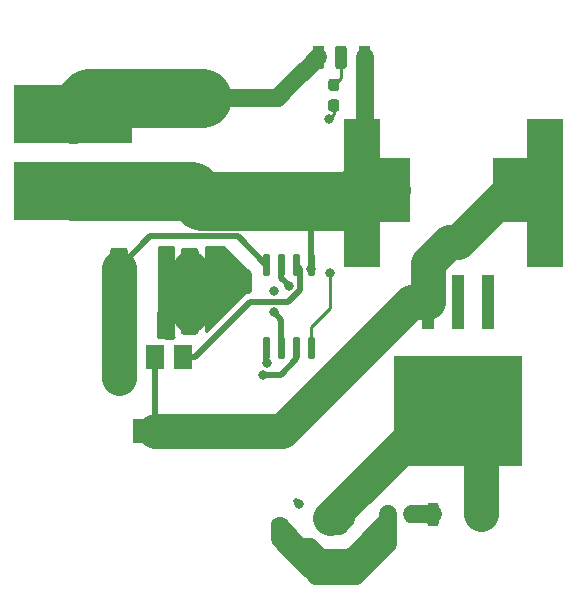
<source format=gbr>
%TF.GenerationSoftware,KiCad,Pcbnew,(5.1.6-0-10_14)*%
%TF.CreationDate,2021-01-01T01:37:36+01:00*%
%TF.ProjectId,driver,64726976-6572-42e6-9b69-6361645f7063,rev?*%
%TF.SameCoordinates,Original*%
%TF.FileFunction,Copper,L1,Top*%
%TF.FilePolarity,Positive*%
%FSLAX46Y46*%
G04 Gerber Fmt 4.6, Leading zero omitted, Abs format (unit mm)*
G04 Created by KiCad (PCBNEW (5.1.6-0-10_14)) date 2021-01-01 01:37:36*
%MOMM*%
%LPD*%
G01*
G04 APERTURE LIST*
%TA.AperFunction,ComponentPad*%
%ADD10C,1.600000*%
%TD*%
%TA.AperFunction,SMDPad,CuDef*%
%ADD11R,1.100000X4.600000*%
%TD*%
%TA.AperFunction,SMDPad,CuDef*%
%ADD12R,10.800000X9.400000*%
%TD*%
%TA.AperFunction,SMDPad,CuDef*%
%ADD13R,10.000000X5.000000*%
%TD*%
%TA.AperFunction,SMDPad,CuDef*%
%ADD14R,3.150000X12.500000*%
%TD*%
%TA.AperFunction,SMDPad,CuDef*%
%ADD15R,2.900000X5.400000*%
%TD*%
%TA.AperFunction,SMDPad,CuDef*%
%ADD16R,3.800000X2.000000*%
%TD*%
%TA.AperFunction,SMDPad,CuDef*%
%ADD17R,1.500000X2.000000*%
%TD*%
%TA.AperFunction,ViaPad*%
%ADD18C,0.800000*%
%TD*%
%TA.AperFunction,Conductor*%
%ADD19C,5.000000*%
%TD*%
%TA.AperFunction,Conductor*%
%ADD20C,0.500000*%
%TD*%
%TA.AperFunction,Conductor*%
%ADD21C,1.500000*%
%TD*%
%TA.AperFunction,Conductor*%
%ADD22C,3.000000*%
%TD*%
%TA.AperFunction,Conductor*%
%ADD23C,0.250000*%
%TD*%
%TA.AperFunction,Conductor*%
%ADD24C,0.254000*%
%TD*%
G04 APERTURE END LIST*
D10*
%TO.P,C3,1*%
%TO.N,LED+*%
X54100000Y-69800000D03*
%TO.P,C3,2*%
%TO.N,GND*%
X49100000Y-69800000D03*
%TD*%
%TO.P,C4,1*%
%TO.N,VIN*%
%TA.AperFunction,SMDPad,CuDef*%
G36*
G01*
X43300000Y-44600000D02*
X41700000Y-44600000D01*
G75*
G02*
X41450000Y-44350000I0J250000D01*
G01*
X41450000Y-40250000D01*
G75*
G02*
X41700000Y-40000000I250000J0D01*
G01*
X43300000Y-40000000D01*
G75*
G02*
X43550000Y-40250000I0J-250000D01*
G01*
X43550000Y-44350000D01*
G75*
G02*
X43300000Y-44600000I-250000J0D01*
G01*
G37*
%TD.AperFunction*%
%TO.P,C4,2*%
%TO.N,GND*%
%TA.AperFunction,SMDPad,CuDef*%
G36*
G01*
X43300000Y-35800000D02*
X41700000Y-35800000D01*
G75*
G02*
X41450000Y-35550000I0J250000D01*
G01*
X41450000Y-31450000D01*
G75*
G02*
X41700000Y-31200000I250000J0D01*
G01*
X43300000Y-31200000D01*
G75*
G02*
X43550000Y-31450000I0J-250000D01*
G01*
X43550000Y-35550000D01*
G75*
G02*
X43300000Y-35800000I-250000J0D01*
G01*
G37*
%TD.AperFunction*%
%TD*%
D11*
%TO.P,D1,1*%
%TO.N,N/C*%
X66740000Y-50850000D03*
%TO.P,D1,2*%
X64200000Y-50850000D03*
%TO.P,D1,3*%
%TO.N,Net-(D1-Pad3)*%
X61660000Y-50850000D03*
D12*
%TO.P,D1,4*%
%TO.N,LED+*%
X64200000Y-60000000D03*
%TD*%
D13*
%TO.P,GND1,1*%
%TO.N,GND*%
X31600000Y-34900000D03*
%TD*%
%TO.P,GND2,1*%
%TO.N,GND*%
%TA.AperFunction,SMDPad,CuDef*%
G36*
G01*
X51900000Y-30850000D02*
X51900000Y-29350000D01*
G75*
G02*
X52150000Y-29100000I250000J0D01*
G01*
X52650000Y-29100000D01*
G75*
G02*
X52900000Y-29350000I0J-250000D01*
G01*
X52900000Y-30850000D01*
G75*
G02*
X52650000Y-31100000I-250000J0D01*
G01*
X52150000Y-31100000D01*
G75*
G02*
X51900000Y-30850000I0J250000D01*
G01*
G37*
%TD.AperFunction*%
%TD*%
%TO.P,JLED+1,1*%
%TO.N,LED+*%
%TA.AperFunction,SMDPad,CuDef*%
G36*
G01*
X65700000Y-69550000D02*
X65700000Y-68050000D01*
G75*
G02*
X65950000Y-67800000I250000J0D01*
G01*
X66450000Y-67800000D01*
G75*
G02*
X66700000Y-68050000I0J-250000D01*
G01*
X66700000Y-69550000D01*
G75*
G02*
X66450000Y-69800000I-250000J0D01*
G01*
X65950000Y-69800000D01*
G75*
G02*
X65700000Y-69550000I0J250000D01*
G01*
G37*
%TD.AperFunction*%
%TD*%
%TO.P,JLED-1,1*%
%TO.N,LED-*%
%TA.AperFunction,SMDPad,CuDef*%
G36*
G01*
X61600000Y-69550000D02*
X61600000Y-68050000D01*
G75*
G02*
X61850000Y-67800000I250000J0D01*
G01*
X62350000Y-67800000D01*
G75*
G02*
X62600000Y-68050000I0J-250000D01*
G01*
X62600000Y-69550000D01*
G75*
G02*
X62350000Y-69800000I-250000J0D01*
G01*
X61850000Y-69800000D01*
G75*
G02*
X61600000Y-69550000I0J250000D01*
G01*
G37*
%TD.AperFunction*%
%TD*%
D14*
%TO.P,L1,1*%
%TO.N,VIN*%
X56075000Y-41550000D03*
%TO.P,L1,2*%
%TO.N,Net-(D1-Pad3)*%
X71575000Y-41550000D03*
%TD*%
D15*
%TO.P,L2,1*%
%TO.N,VIN*%
X58750000Y-41300000D03*
%TO.P,L2,2*%
%TO.N,Net-(D1-Pad3)*%
X68650000Y-41300000D03*
%TD*%
%TO.P,PWMin1,1*%
%TO.N,PWM*%
%TA.AperFunction,SMDPad,CuDef*%
G36*
G01*
X53800000Y-30850000D02*
X53800000Y-29350000D01*
G75*
G02*
X54050000Y-29100000I250000J0D01*
G01*
X54550000Y-29100000D01*
G75*
G02*
X54800000Y-29350000I0J-250000D01*
G01*
X54800000Y-30850000D01*
G75*
G02*
X54550000Y-31100000I-250000J0D01*
G01*
X54050000Y-31100000D01*
G75*
G02*
X53800000Y-30850000I0J250000D01*
G01*
G37*
%TD.AperFunction*%
%TD*%
D16*
%TO.P,Q1,2*%
%TO.N,Net-(D1-Pad3)*%
X38600000Y-61750000D03*
D17*
X38600000Y-55450000D03*
%TO.P,Q1,3*%
%TO.N,Net-(Q1-Pad3)*%
X36300000Y-55450000D03*
%TO.P,Q1,1*%
%TO.N,Net-(Q1-Pad1)*%
X40900000Y-55450000D03*
%TD*%
%TO.P,Rfb1,1*%
%TO.N,LED-*%
%TA.AperFunction,SMDPad,CuDef*%
G36*
G01*
X60925000Y-68349999D02*
X60925000Y-69250001D01*
G75*
G02*
X60675001Y-69500000I-249999J0D01*
G01*
X60024999Y-69500000D01*
G75*
G02*
X59775000Y-69250001I0J249999D01*
G01*
X59775000Y-68349999D01*
G75*
G02*
X60024999Y-68100000I249999J0D01*
G01*
X60675001Y-68100000D01*
G75*
G02*
X60925000Y-68349999I0J-249999D01*
G01*
G37*
%TD.AperFunction*%
%TO.P,Rfb1,2*%
%TO.N,GND*%
%TA.AperFunction,SMDPad,CuDef*%
G36*
G01*
X58875000Y-68349999D02*
X58875000Y-69250001D01*
G75*
G02*
X58625001Y-69500000I-249999J0D01*
G01*
X57974999Y-69500000D01*
G75*
G02*
X57725000Y-69250001I0J249999D01*
G01*
X57725000Y-68349999D01*
G75*
G02*
X57974999Y-68100000I249999J0D01*
G01*
X58625001Y-68100000D01*
G75*
G02*
X58875000Y-68349999I0J-249999D01*
G01*
G37*
%TD.AperFunction*%
%TD*%
%TO.P,Rocp1,1*%
%TO.N,Net-(Q1-Pad3)*%
%TA.AperFunction,SMDPad,CuDef*%
G36*
G01*
X34762500Y-53325001D02*
X34762500Y-50474999D01*
G75*
G02*
X35012499Y-50225000I249999J0D01*
G01*
X36037501Y-50225000D01*
G75*
G02*
X36287500Y-50474999I0J-249999D01*
G01*
X36287500Y-53325001D01*
G75*
G02*
X36037501Y-53575000I-249999J0D01*
G01*
X35012499Y-53575000D01*
G75*
G02*
X34762500Y-53325001I0J249999D01*
G01*
G37*
%TD.AperFunction*%
%TO.P,Rocp1,2*%
%TO.N,GND*%
%TA.AperFunction,SMDPad,CuDef*%
G36*
G01*
X40737500Y-53325001D02*
X40737500Y-50474999D01*
G75*
G02*
X40987499Y-50225000I249999J0D01*
G01*
X42012501Y-50225000D01*
G75*
G02*
X42262500Y-50474999I0J-249999D01*
G01*
X42262500Y-53325001D01*
G75*
G02*
X42012501Y-53575000I-249999J0D01*
G01*
X40987499Y-53575000D01*
G75*
G02*
X40737500Y-53325001I0J249999D01*
G01*
G37*
%TD.AperFunction*%
%TD*%
%TO.P,Rocp2,2*%
%TO.N,GND*%
%TA.AperFunction,SMDPad,CuDef*%
G36*
G01*
X40725000Y-49325001D02*
X40725000Y-46474999D01*
G75*
G02*
X40974999Y-46225000I249999J0D01*
G01*
X42000001Y-46225000D01*
G75*
G02*
X42250000Y-46474999I0J-249999D01*
G01*
X42250000Y-49325001D01*
G75*
G02*
X42000001Y-49575000I-249999J0D01*
G01*
X40974999Y-49575000D01*
G75*
G02*
X40725000Y-49325001I0J249999D01*
G01*
G37*
%TD.AperFunction*%
%TO.P,Rocp2,1*%
%TO.N,Net-(Q1-Pad3)*%
%TA.AperFunction,SMDPad,CuDef*%
G36*
G01*
X34750000Y-49325001D02*
X34750000Y-46474999D01*
G75*
G02*
X34999999Y-46225000I249999J0D01*
G01*
X36025001Y-46225000D01*
G75*
G02*
X36275000Y-46474999I0J-249999D01*
G01*
X36275000Y-49325001D01*
G75*
G02*
X36025001Y-49575000I-249999J0D01*
G01*
X34999999Y-49575000D01*
G75*
G02*
X34750000Y-49325001I0J249999D01*
G01*
G37*
%TD.AperFunction*%
%TD*%
%TO.P,RPWM1,1*%
%TO.N,PWM*%
%TA.AperFunction,SMDPad,CuDef*%
G36*
G01*
X53462500Y-31900000D02*
X53937500Y-31900000D01*
G75*
G02*
X54175000Y-32137500I0J-237500D01*
G01*
X54175000Y-32712500D01*
G75*
G02*
X53937500Y-32950000I-237500J0D01*
G01*
X53462500Y-32950000D01*
G75*
G02*
X53225000Y-32712500I0J237500D01*
G01*
X53225000Y-32137500D01*
G75*
G02*
X53462500Y-31900000I237500J0D01*
G01*
G37*
%TD.AperFunction*%
%TO.P,RPWM1,2*%
%TO.N,Net-(RPWM1-Pad2)*%
%TA.AperFunction,SMDPad,CuDef*%
G36*
G01*
X53462500Y-33650000D02*
X53937500Y-33650000D01*
G75*
G02*
X54175000Y-33887500I0J-237500D01*
G01*
X54175000Y-34462500D01*
G75*
G02*
X53937500Y-34700000I-237500J0D01*
G01*
X53462500Y-34700000D01*
G75*
G02*
X53225000Y-34462500I0J237500D01*
G01*
X53225000Y-33887500D01*
G75*
G02*
X53462500Y-33650000I237500J0D01*
G01*
G37*
%TD.AperFunction*%
%TD*%
%TO.P,U1,1*%
%TO.N,VIN*%
%TA.AperFunction,SMDPad,CuDef*%
G36*
G01*
X51655000Y-46750000D02*
X51955000Y-46750000D01*
G75*
G02*
X52105000Y-46900000I0J-150000D01*
G01*
X52105000Y-48500000D01*
G75*
G02*
X51955000Y-48650000I-150000J0D01*
G01*
X51655000Y-48650000D01*
G75*
G02*
X51505000Y-48500000I0J150000D01*
G01*
X51505000Y-46900000D01*
G75*
G02*
X51655000Y-46750000I150000J0D01*
G01*
G37*
%TD.AperFunction*%
%TO.P,U1,2*%
%TO.N,Net-(Q1-Pad1)*%
%TA.AperFunction,SMDPad,CuDef*%
G36*
G01*
X50385000Y-46750000D02*
X50685000Y-46750000D01*
G75*
G02*
X50835000Y-46900000I0J-150000D01*
G01*
X50835000Y-48500000D01*
G75*
G02*
X50685000Y-48650000I-150000J0D01*
G01*
X50385000Y-48650000D01*
G75*
G02*
X50235000Y-48500000I0J150000D01*
G01*
X50235000Y-46900000D01*
G75*
G02*
X50385000Y-46750000I150000J0D01*
G01*
G37*
%TD.AperFunction*%
%TO.P,U1,3*%
%TO.N,GND*%
%TA.AperFunction,SMDPad,CuDef*%
G36*
G01*
X49115000Y-46750000D02*
X49415000Y-46750000D01*
G75*
G02*
X49565000Y-46900000I0J-150000D01*
G01*
X49565000Y-48500000D01*
G75*
G02*
X49415000Y-48650000I-150000J0D01*
G01*
X49115000Y-48650000D01*
G75*
G02*
X48965000Y-48500000I0J150000D01*
G01*
X48965000Y-46900000D01*
G75*
G02*
X49115000Y-46750000I150000J0D01*
G01*
G37*
%TD.AperFunction*%
%TO.P,U1,4*%
%TO.N,Net-(Q1-Pad3)*%
%TA.AperFunction,SMDPad,CuDef*%
G36*
G01*
X47845000Y-46750000D02*
X48145000Y-46750000D01*
G75*
G02*
X48295000Y-46900000I0J-150000D01*
G01*
X48295000Y-48500000D01*
G75*
G02*
X48145000Y-48650000I-150000J0D01*
G01*
X47845000Y-48650000D01*
G75*
G02*
X47695000Y-48500000I0J150000D01*
G01*
X47695000Y-46900000D01*
G75*
G02*
X47845000Y-46750000I150000J0D01*
G01*
G37*
%TD.AperFunction*%
%TO.P,U1,5*%
%TO.N,LED-*%
%TA.AperFunction,SMDPad,CuDef*%
G36*
G01*
X47845000Y-53750000D02*
X48145000Y-53750000D01*
G75*
G02*
X48295000Y-53900000I0J-150000D01*
G01*
X48295000Y-55500000D01*
G75*
G02*
X48145000Y-55650000I-150000J0D01*
G01*
X47845000Y-55650000D01*
G75*
G02*
X47695000Y-55500000I0J150000D01*
G01*
X47695000Y-53900000D01*
G75*
G02*
X47845000Y-53750000I150000J0D01*
G01*
G37*
%TD.AperFunction*%
%TO.P,U1,6*%
%TO.N,Net-(C2-Pad1)*%
%TA.AperFunction,SMDPad,CuDef*%
G36*
G01*
X49115000Y-53750000D02*
X49415000Y-53750000D01*
G75*
G02*
X49565000Y-53900000I0J-150000D01*
G01*
X49565000Y-55500000D01*
G75*
G02*
X49415000Y-55650000I-150000J0D01*
G01*
X49115000Y-55650000D01*
G75*
G02*
X48965000Y-55500000I0J150000D01*
G01*
X48965000Y-53900000D01*
G75*
G02*
X49115000Y-53750000I150000J0D01*
G01*
G37*
%TD.AperFunction*%
%TO.P,U1,7*%
%TO.N,Net-(R4-Pad2)*%
%TA.AperFunction,SMDPad,CuDef*%
G36*
G01*
X50385000Y-53750000D02*
X50685000Y-53750000D01*
G75*
G02*
X50835000Y-53900000I0J-150000D01*
G01*
X50835000Y-55500000D01*
G75*
G02*
X50685000Y-55650000I-150000J0D01*
G01*
X50385000Y-55650000D01*
G75*
G02*
X50235000Y-55500000I0J150000D01*
G01*
X50235000Y-53900000D01*
G75*
G02*
X50385000Y-53750000I150000J0D01*
G01*
G37*
%TD.AperFunction*%
%TO.P,U1,8*%
%TO.N,Net-(RPWM1-Pad2)*%
%TA.AperFunction,SMDPad,CuDef*%
G36*
G01*
X51655000Y-53750000D02*
X51955000Y-53750000D01*
G75*
G02*
X52105000Y-53900000I0J-150000D01*
G01*
X52105000Y-55500000D01*
G75*
G02*
X51955000Y-55650000I-150000J0D01*
G01*
X51655000Y-55650000D01*
G75*
G02*
X51505000Y-55500000I0J150000D01*
G01*
X51505000Y-53900000D01*
G75*
G02*
X51655000Y-53750000I150000J0D01*
G01*
G37*
%TD.AperFunction*%
%TD*%
D13*
%TO.P,Vin1,1*%
%TO.N,VIN*%
X31600000Y-41400000D03*
%TD*%
%TO.P,Vin2,1*%
%TO.N,VIN*%
%TA.AperFunction,SMDPad,CuDef*%
G36*
G01*
X55800000Y-30850000D02*
X55800000Y-29350000D01*
G75*
G02*
X56050000Y-29100000I250000J0D01*
G01*
X56550000Y-29100000D01*
G75*
G02*
X56800000Y-29350000I0J-250000D01*
G01*
X56800000Y-30850000D01*
G75*
G02*
X56550000Y-31100000I-250000J0D01*
G01*
X56050000Y-31100000D01*
G75*
G02*
X55800000Y-30850000I0J250000D01*
G01*
G37*
%TD.AperFunction*%
%TD*%
D18*
%TO.N,GND*%
X49900000Y-49500000D03*
X41487500Y-47900000D03*
X41487500Y-49012500D03*
X41487500Y-50212500D03*
X41487500Y-51412500D03*
X48600000Y-49900000D03*
X51650000Y-30850000D03*
X50700000Y-31800000D03*
X49600000Y-32900000D03*
X48300000Y-33500000D03*
X46800000Y-33500000D03*
X45400000Y-33500000D03*
X43700000Y-33500000D03*
X42500000Y-33500000D03*
X41100000Y-33500000D03*
X39300000Y-33500000D03*
X38000000Y-33500000D03*
X36600000Y-33500000D03*
X50400000Y-71100000D03*
X51649999Y-71550001D03*
X56300000Y-71300000D03*
X57300000Y-70300000D03*
X43600000Y-47500000D03*
X43700000Y-48800000D03*
X43700000Y-49900000D03*
X43700000Y-50900000D03*
X43600000Y-52200000D03*
X44700000Y-51100000D03*
X45600000Y-50300000D03*
X46000000Y-49200000D03*
X45300000Y-48300000D03*
X44600000Y-47400000D03*
X44700000Y-49300000D03*
X39700000Y-46600000D03*
X39400000Y-47900000D03*
X39500000Y-49200000D03*
X39500000Y-50600000D03*
X39500000Y-52000000D03*
X39600000Y-53100000D03*
X58300000Y-70200000D03*
X58300000Y-71200000D03*
X57700000Y-71900000D03*
X56400000Y-73200000D03*
X55100000Y-74000000D03*
X53500000Y-74000000D03*
X52000000Y-73800000D03*
X51000000Y-72800000D03*
X50250000Y-72050000D03*
X52999998Y-72500002D03*
X54100002Y-72500002D03*
X55550000Y-72050000D03*
%TO.N,VIN*%
X51800000Y-48000000D03*
%TO.N,Net-(C2-Pad1)*%
X48600000Y-51650000D03*
%TO.N,LED-*%
X60350000Y-68800000D03*
X48000000Y-56000000D03*
%TO.N,Net-(R4-Pad2)*%
X50775000Y-67900000D03*
X47700000Y-57000000D03*
%TO.N,Net-(RPWM1-Pad2)*%
X53400000Y-48400000D03*
X53300000Y-35300000D03*
%TD*%
D19*
%TO.N,GND*%
X33000000Y-33500000D02*
X31600000Y-34900000D01*
X42500000Y-33500000D02*
X42500000Y-33500000D01*
D20*
X49265000Y-47700000D02*
X49265000Y-48765000D01*
X49900000Y-49400000D02*
X49900000Y-49500000D01*
X49265000Y-48765000D02*
X49900000Y-49400000D01*
D21*
X50850001Y-71550001D02*
X50400000Y-71100000D01*
X58300000Y-69300000D02*
X57300000Y-70300000D01*
D22*
X41487500Y-51887500D02*
X41500000Y-51900000D01*
X41487500Y-47900000D02*
X41487500Y-47900000D01*
D21*
X49000000Y-33500000D02*
X49600000Y-32900000D01*
X42500000Y-33500000D02*
X43700000Y-33500000D01*
D22*
X41487500Y-47900000D02*
X41487500Y-49012500D01*
X41487500Y-49012500D02*
X41487500Y-50212500D01*
X41487500Y-50212500D02*
X41487500Y-51412500D01*
X41487500Y-51412500D02*
X41487500Y-51887500D01*
D21*
X51650000Y-30850000D02*
X52400000Y-30100000D01*
X50700000Y-31800000D02*
X51650000Y-30850000D01*
X49600000Y-32900000D02*
X50700000Y-31800000D01*
X48300000Y-33500000D02*
X49000000Y-33500000D01*
X46800000Y-33500000D02*
X48300000Y-33500000D01*
X45400000Y-33500000D02*
X46800000Y-33500000D01*
X43700000Y-33500000D02*
X45400000Y-33500000D01*
D19*
X42500000Y-33500000D02*
X41100000Y-33500000D01*
X41100000Y-33500000D02*
X39300000Y-33500000D01*
X39300000Y-33500000D02*
X38000000Y-33500000D01*
X38000000Y-33500000D02*
X36600000Y-33500000D01*
X36600000Y-33500000D02*
X33000000Y-33500000D01*
D21*
X50400000Y-71100000D02*
X49100000Y-69800000D01*
X51649999Y-71550001D02*
X50850001Y-71550001D01*
X56300000Y-71300000D02*
X56049999Y-71550001D01*
X57300000Y-70300000D02*
X56300000Y-71300000D01*
X58300000Y-68800000D02*
X58300000Y-69300000D01*
X51649999Y-71550001D02*
X52600000Y-72500002D01*
X52600000Y-72500002D02*
X52999998Y-72500002D01*
X54100002Y-72500002D02*
X54100004Y-72500000D01*
X55100000Y-72500000D02*
X55550000Y-72050000D01*
X54100004Y-72500000D02*
X55100000Y-72500000D01*
X58300000Y-68800000D02*
X58300000Y-70200000D01*
X58300000Y-71300000D02*
X57700000Y-71900000D01*
X55600000Y-74000000D02*
X55100000Y-74000000D01*
X49100000Y-70900000D02*
X49100000Y-69800000D01*
X52200000Y-74000000D02*
X52000000Y-73800000D01*
X58300000Y-70200000D02*
X58300000Y-71200000D01*
X58300000Y-71200000D02*
X58300000Y-71300000D01*
X57700000Y-71900000D02*
X56400000Y-73200000D01*
X56400000Y-73200000D02*
X55600000Y-74000000D01*
X55100000Y-74000000D02*
X53500000Y-74000000D01*
X53500000Y-74000000D02*
X52200000Y-74000000D01*
X52000000Y-73800000D02*
X51000000Y-72800000D01*
X51000000Y-72800000D02*
X50250000Y-72050000D01*
X50250000Y-72050000D02*
X49100000Y-70900000D01*
X52999998Y-72500002D02*
X54100002Y-72500002D01*
X54100002Y-72500002D02*
X54100002Y-72500002D01*
X55550000Y-72050000D02*
X56300000Y-71300000D01*
D22*
%TO.N,VIN*%
X56325000Y-41300000D02*
X56075000Y-41550000D01*
X58750000Y-41300000D02*
X56325000Y-41300000D01*
D19*
X41600000Y-41400000D02*
X42500000Y-42300000D01*
X31600000Y-41400000D02*
X41600000Y-41400000D01*
X55325000Y-42300000D02*
X56075000Y-41550000D01*
D20*
X51805000Y-43605000D02*
X50500000Y-42300000D01*
X51805000Y-47700000D02*
X51805000Y-43605000D01*
D19*
X50500000Y-42300000D02*
X55325000Y-42300000D01*
X42500000Y-42300000D02*
X50500000Y-42300000D01*
D20*
X51805000Y-47995000D02*
X51800000Y-48000000D01*
X51805000Y-47700000D02*
X51805000Y-47995000D01*
D21*
X56300000Y-41325000D02*
X56075000Y-41550000D01*
X56300000Y-30100000D02*
X56300000Y-41325000D01*
D20*
%TO.N,Net-(C2-Pad1)*%
X49265000Y-54700000D02*
X49265000Y-52365000D01*
X48600000Y-51700000D02*
X48600000Y-51650000D01*
X49265000Y-52365000D02*
X48600000Y-51700000D01*
D22*
%TO.N,LED+*%
X66200000Y-62000000D02*
X64200000Y-60000000D01*
X66200000Y-68800000D02*
X66200000Y-62000000D01*
D21*
X54600000Y-69100000D02*
X53400000Y-69100000D01*
X54700000Y-69200000D02*
X54600000Y-69100000D01*
X53400000Y-69100000D02*
X54100000Y-69800000D01*
X54100000Y-69800000D02*
X54700000Y-69200000D01*
D19*
X64200000Y-60000000D02*
X62153054Y-60000000D01*
D22*
X62500000Y-60000000D02*
X64200000Y-60000000D01*
X53400000Y-69100000D02*
X62500000Y-60000000D01*
%TO.N,Net-(D1-Pad3)*%
X71325000Y-41300000D02*
X71575000Y-41550000D01*
X68650000Y-41300000D02*
X71325000Y-41300000D01*
X61660000Y-47479998D02*
X63439998Y-45700000D01*
X61660000Y-50850000D02*
X61660000Y-47479998D01*
X64250000Y-45700000D02*
X68650000Y-41300000D01*
X63439998Y-45700000D02*
X64250000Y-45700000D01*
D20*
X38600000Y-55450000D02*
X38600000Y-61750000D01*
D22*
X61660000Y-50850000D02*
X60250000Y-50850000D01*
X49350000Y-61750000D02*
X38600000Y-61750000D01*
X60250000Y-50850000D02*
X49350000Y-61750000D01*
D21*
%TO.N,LED-*%
X60350000Y-68800000D02*
X62100000Y-68800000D01*
D20*
X47995000Y-55995000D02*
X48000000Y-56000000D01*
X47995000Y-54700000D02*
X47995000Y-55995000D01*
D23*
%TO.N,PWM*%
X54300000Y-31825000D02*
X53700000Y-32425000D01*
X54300000Y-30100000D02*
X54300000Y-31825000D01*
D22*
%TO.N,Net-(Q1-Pad3)*%
X35525000Y-51900000D02*
X35525000Y-55275000D01*
D20*
X38162490Y-45250010D02*
X35512500Y-47900000D01*
X45545010Y-45250010D02*
X38162490Y-45250010D01*
X47995000Y-47700000D02*
X45545010Y-45250010D01*
D22*
X35512500Y-55262500D02*
X35525000Y-55275000D01*
X35512500Y-47900000D02*
X35512500Y-55262500D01*
X35512500Y-55262500D02*
X35512500Y-57212500D01*
D20*
%TO.N,Net-(Q1-Pad1)*%
X41971943Y-55450000D02*
X40900000Y-55450000D01*
X46621944Y-50799999D02*
X41971943Y-55450000D01*
X50835000Y-49823002D02*
X49858003Y-50799999D01*
X50835000Y-48000000D02*
X50835000Y-49823002D01*
X49858003Y-50799999D02*
X46621944Y-50799999D01*
X50535000Y-47700000D02*
X50835000Y-48000000D01*
%TO.N,Net-(R4-Pad2)*%
X50535000Y-67660000D02*
X50775000Y-67900000D01*
X50535000Y-55650000D02*
X49185000Y-57000000D01*
X50535000Y-54700000D02*
X50535000Y-55650000D01*
X49185000Y-57000000D02*
X47700000Y-57000000D01*
D23*
%TO.N,Net-(RPWM1-Pad2)*%
X51805000Y-54700000D02*
X51805000Y-52895000D01*
X51805000Y-52895000D02*
X53400000Y-51300000D01*
X53400000Y-51300000D02*
X53400000Y-48400000D01*
X53700000Y-34175000D02*
X53700000Y-34900000D01*
X53700000Y-34900000D02*
X53300000Y-35300000D01*
%TD*%
D24*
%TO.N,GND*%
G36*
X40086928Y-46225000D02*
G01*
X40090000Y-47614250D01*
X40248750Y-47773000D01*
X41360500Y-47773000D01*
X41360500Y-47753000D01*
X41614500Y-47753000D01*
X41614500Y-47773000D01*
X42726250Y-47773000D01*
X42885000Y-47614250D01*
X42888072Y-46225000D01*
X42879209Y-46135010D01*
X44255404Y-46135010D01*
X44310197Y-46189803D01*
X44312215Y-46191776D01*
X46573000Y-48354266D01*
X46573000Y-49915537D01*
X46448454Y-49927804D01*
X46281631Y-49978410D01*
X46127885Y-50060588D01*
X46127883Y-50060589D01*
X46127884Y-50060589D01*
X46026897Y-50143467D01*
X46026895Y-50143469D01*
X45993127Y-50171182D01*
X45965414Y-50204950D01*
X42899899Y-53270466D01*
X42897500Y-52185750D01*
X42738750Y-52027000D01*
X41627000Y-52027000D01*
X41627000Y-52047000D01*
X41373000Y-52047000D01*
X41373000Y-52027000D01*
X40261250Y-52027000D01*
X40102500Y-52185750D01*
X40099428Y-53575000D01*
X40111688Y-53699482D01*
X40145920Y-53812330D01*
X40025518Y-53824188D01*
X39905820Y-53860498D01*
X39882431Y-53873000D01*
X39617569Y-53873000D01*
X39594180Y-53860498D01*
X39474482Y-53824188D01*
X39350000Y-53811928D01*
X38829331Y-53811928D01*
X38881638Y-49575000D01*
X40086928Y-49575000D01*
X40099188Y-49699482D01*
X40135498Y-49819180D01*
X40184948Y-49911693D01*
X40147998Y-49980820D01*
X40111688Y-50100518D01*
X40099428Y-50225000D01*
X40102500Y-51614250D01*
X40261250Y-51773000D01*
X41373000Y-51773000D01*
X41373000Y-49748750D01*
X41360500Y-49736250D01*
X41360500Y-48027000D01*
X41614500Y-48027000D01*
X41614500Y-50051250D01*
X41627000Y-50063750D01*
X41627000Y-51773000D01*
X42738750Y-51773000D01*
X42897500Y-51614250D01*
X42900572Y-50225000D01*
X42888312Y-50100518D01*
X42852002Y-49980820D01*
X42802552Y-49888307D01*
X42839502Y-49819180D01*
X42875812Y-49699482D01*
X42888072Y-49575000D01*
X42885000Y-48185750D01*
X42726250Y-48027000D01*
X41614500Y-48027000D01*
X41360500Y-48027000D01*
X40248750Y-48027000D01*
X40090000Y-48185750D01*
X40086928Y-49575000D01*
X38881638Y-49575000D01*
X38924108Y-46135010D01*
X40095791Y-46135010D01*
X40086928Y-46225000D01*
G37*
X40086928Y-46225000D02*
X40090000Y-47614250D01*
X40248750Y-47773000D01*
X41360500Y-47773000D01*
X41360500Y-47753000D01*
X41614500Y-47753000D01*
X41614500Y-47773000D01*
X42726250Y-47773000D01*
X42885000Y-47614250D01*
X42888072Y-46225000D01*
X42879209Y-46135010D01*
X44255404Y-46135010D01*
X44310197Y-46189803D01*
X44312215Y-46191776D01*
X46573000Y-48354266D01*
X46573000Y-49915537D01*
X46448454Y-49927804D01*
X46281631Y-49978410D01*
X46127885Y-50060588D01*
X46127883Y-50060589D01*
X46127884Y-50060589D01*
X46026897Y-50143467D01*
X46026895Y-50143469D01*
X45993127Y-50171182D01*
X45965414Y-50204950D01*
X42899899Y-53270466D01*
X42897500Y-52185750D01*
X42738750Y-52027000D01*
X41627000Y-52027000D01*
X41627000Y-52047000D01*
X41373000Y-52047000D01*
X41373000Y-52027000D01*
X40261250Y-52027000D01*
X40102500Y-52185750D01*
X40099428Y-53575000D01*
X40111688Y-53699482D01*
X40145920Y-53812330D01*
X40025518Y-53824188D01*
X39905820Y-53860498D01*
X39882431Y-53873000D01*
X39617569Y-53873000D01*
X39594180Y-53860498D01*
X39474482Y-53824188D01*
X39350000Y-53811928D01*
X38829331Y-53811928D01*
X38881638Y-49575000D01*
X40086928Y-49575000D01*
X40099188Y-49699482D01*
X40135498Y-49819180D01*
X40184948Y-49911693D01*
X40147998Y-49980820D01*
X40111688Y-50100518D01*
X40099428Y-50225000D01*
X40102500Y-51614250D01*
X40261250Y-51773000D01*
X41373000Y-51773000D01*
X41373000Y-49748750D01*
X41360500Y-49736250D01*
X41360500Y-48027000D01*
X41614500Y-48027000D01*
X41614500Y-50051250D01*
X41627000Y-50063750D01*
X41627000Y-51773000D01*
X42738750Y-51773000D01*
X42897500Y-51614250D01*
X42900572Y-50225000D01*
X42888312Y-50100518D01*
X42852002Y-49980820D01*
X42802552Y-49888307D01*
X42839502Y-49819180D01*
X42875812Y-49699482D01*
X42888072Y-49575000D01*
X42885000Y-48185750D01*
X42726250Y-48027000D01*
X41614500Y-48027000D01*
X41360500Y-48027000D01*
X40248750Y-48027000D01*
X40090000Y-48185750D01*
X40086928Y-49575000D01*
X38881638Y-49575000D01*
X38924108Y-46135010D01*
X40095791Y-46135010D01*
X40086928Y-46225000D01*
%TD*%
M02*

</source>
